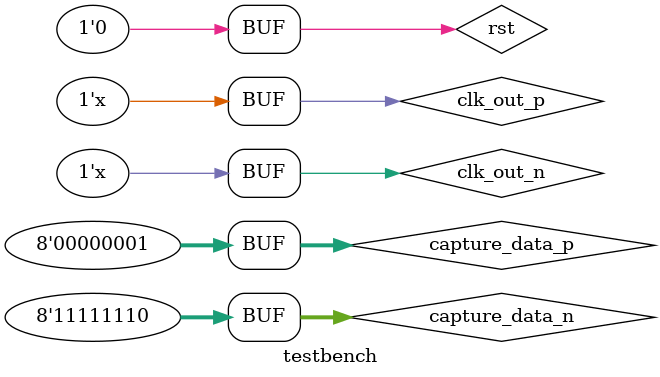
<source format=sv>
`timescale 1ns / 1ps
module testbench();
    reg  [7:0] capture_data_p;
    reg  [7:0] capture_data_n;
    reg  clk_out_p;
    reg  clk_out_n;
    wire [15:0] final_output;
    reg rst;


LVDS_capture LVDS_capture(
    .capture_data_p (capture_data_p),
    .capture_data_n (capture_data_n),
    .clk_out_p (clk_out_p),
    .clk_out_n (clk_out_n),
    .final_output(final_output),
    .rst(rst)
 );  




    
initial

begin
capture_data_p = 8'b 00000000;
capture_data_n = 8'b 00000000;

clk_out_p = 0;
clk_out_n = 1;
rst = 1;
#1
rst = 0;
#10
#4
capture_data_p = 8'b 00000001;
capture_data_n = 8'b 11111110;
#4
capture_data_p = 8'b 00000000;
capture_data_n = 8'b 11111111;
#4
capture_data_p = 8'b 00000010;
capture_data_n = 8'b 11111101;
#4
capture_data_p = 8'b 00000011;
capture_data_n = 8'b 11111100;
#4
capture_data_p = 8'b 00000101;
capture_data_n = 8'b 11111010;
#4
capture_data_p = 8'b 00000110;
capture_data_n = 8'b 11111001;
#4
capture_data_p = 8'b 00000111;
capture_data_n = 8'b 11111000;
#4
capture_data_p = 8'b 00000111;
capture_data_n = 8'b 11111000;
#4
capture_data_p = 8'b 00000101;
capture_data_n = 8'b 11111010;
#4
capture_data_p = 8'b 00000011;
capture_data_n = 8'b 11111100;
#4
capture_data_p = 8'b 00000010;
capture_data_n = 8'b 11111101;
#4
capture_data_p = 8'b 00000001;
capture_data_n = 8'b 11111110;
end 
always begin
#2 clk_out_p = ! clk_out_p; 
#2 clk_out_n = ! clk_out_n;   
end
endmodule

</source>
